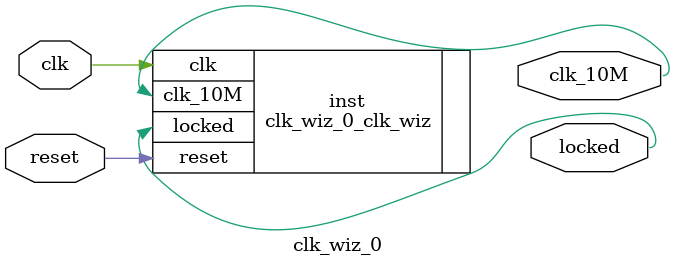
<source format=v>


`timescale 1ps/1ps

(* CORE_GENERATION_INFO = "clk_wiz_0,clk_wiz_v5_3_1,{component_name=clk_wiz_0,use_phase_alignment=true,use_min_o_jitter=false,use_max_i_jitter=false,use_dyn_phase_shift=false,use_inclk_switchover=false,use_dyn_reconfig=false,enable_axi=0,feedback_source=FDBK_AUTO,PRIMITIVE=MMCM,num_out_clk=1,clkin1_period=10.0,clkin2_period=10.0,use_power_down=false,use_reset=true,use_locked=true,use_inclk_stopped=false,feedback_type=SINGLE,CLOCK_MGR_TYPE=NA,manual_override=false}" *)

module clk_wiz_0 
 (
 // Clock in ports
  input         clk,
  // Clock out ports
  output        clk_10M,
  // Status and control signals
  input         reset,
  output        locked
 );

  clk_wiz_0_clk_wiz inst
  (
 // Clock in ports
  .clk(clk),
  // Clock out ports  
  .clk_10M(clk_10M),
  // Status and control signals               
  .reset(reset), 
  .locked(locked)            
  );

endmodule

</source>
